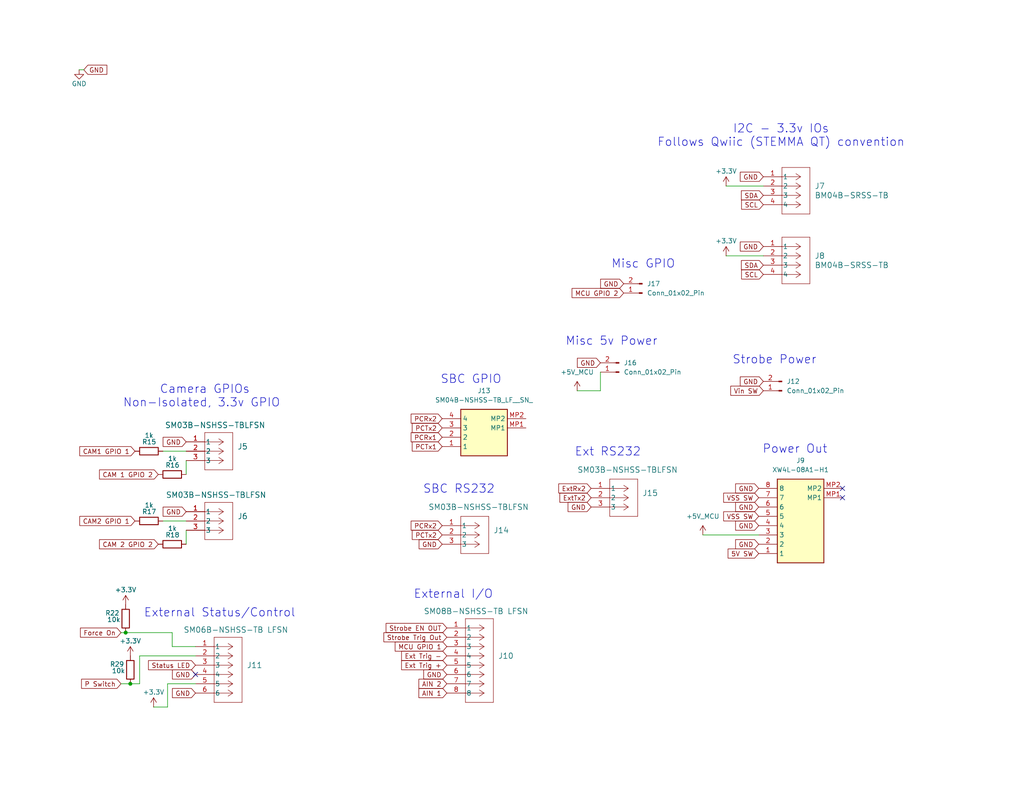
<source format=kicad_sch>
(kicad_sch (version 20250114) (generator "eeschema") (generator_version "9.0")
  (paper "USLetter")
  (title_block (title "Camtrawl Power and Control Board") (rev "3.0") (company "NOAA NMFS AFSC MACE") (comment 1 "rick.towler@noaa.gov") (comment 2 "Rick Towler"))
  (lib_symbols
    (symbol "Connector:Conn_01x02_Pin" (pin_names (offset 1.016) (hide yes))
      (property "Reference" "J" (at 0 2.54 0))
      (property "Value" "Conn_01x02_Pin" (at 0 -5.08 0))
      (symbol "Conn_01x02_Pin_1_1"
        (rectangle (start 0.8636 0.127) (end 0 -0.127) (stroke (width 0.1524)) (fill (type outline)))
        (rectangle (start 0.8636 -2.413) (end 0 -2.667) (stroke (width 0.1524)) (fill (type outline)))
        (polyline (pts (xy 1.27 0) (xy 0.8636 0)) (stroke (width 0.1524)))
        (polyline (pts (xy 1.27 -2.54) (xy 0.8636 -2.54)) (stroke (width 0.1524)))
        (pin passive line (at 5.08 0 180) (length 3.81) (name "Pin_1") (number "1"))
        (pin passive line (at 5.08 -2.54 180) (length 3.81) (name "Pin_2") (number "2"))
      )
    )
    (symbol "Device:R" (pin_numbers (hide yes)) (pin_names (offset 0))
      (property "Reference" "R" (at 2.032 0 90))
      (property "Value" "R" (at 0 0 90))
      (symbol "R_0_1"
        (rectangle (start -1.016 -2.54) (end 1.016 2.54) (stroke (width 0.254)))
      )
      (symbol "R_1_1"
        (pin passive line (at 0 3.81 270) (length 1.27) (name "~") (number "1"))
        (pin passive line (at 0 -3.81 90) (length 1.27) (name "~") (number "2"))
      )
    )
    (symbol "Ricks_symbols:+5V_MCU" (power) (pin_numbers (hide yes)) (pin_names (offset 0) (hide yes))
      (property "Value" "+5V_MCU" (at 0 3.556 0))
      (symbol "+5V_MCU_0_1"
        (polyline (pts (xy -0.762 1.27) (xy 0 2.54)))
        (polyline (pts (xy 0 2.54) (xy 0.762 1.27)))
        (polyline (pts (xy 0 0) (xy 0 2.54)))
      )
      (symbol "+5V_MCU_1_1"
        (pin power_in line (at 0 0 90) (length 0) (name "~") (number "1"))
      )
    )
    (symbol "Ricks_symbols:BM04B-SRSS-TB" (pin_names (offset 0.254))
      (property "Reference" "J" (at 8.89 6.35 0))
      (property "Value" "BM04B-SRSS-TB" (at 2.54 9.906 0))
      (symbol "BM04B-SRSS-TB_1_1"
        (polyline (pts (xy 5.08 2.54) (xy 5.08 -10.16)) (stroke (width 0.127)))
        (polyline (pts (xy 5.08 -10.16) (xy 12.7 -10.16)) (stroke (width 0.127)))
        (polyline (pts (xy 10.16 0) (xy 5.08 0)) (stroke (width 0.127)))
        (polyline (pts (xy 10.16 0) (xy 8.89 0.8467)) (stroke (width 0.127)))
        (polyline (pts (xy 10.16 0) (xy 8.89 -0.8467)) (stroke (width 0.127)))
        (polyline (pts (xy 10.16 -2.54) (xy 5.08 -2.54)) (stroke (width 0.127)))
        (polyline (pts (xy 10.16 -2.54) (xy 8.89 -1.6933)) (stroke (width 0.127)))
        (polyline (pts (xy 10.16 -2.54) (xy 8.89 -3.3867)) (stroke (width 0.127)))
        (polyline (pts (xy 10.16 -5.08) (xy 5.08 -5.08)) (stroke (width 0.127)))
        (polyline (pts (xy 10.16 -5.08) (xy 8.89 -4.2333)) (stroke (width 0.127)))
        (polyline (pts (xy 10.16 -5.08) (xy 8.89 -5.9267)) (stroke (width 0.127)))
        (polyline (pts (xy 10.16 -7.62) (xy 5.08 -7.62)) (stroke (width 0.127)))
        (polyline (pts (xy 10.16 -7.62) (xy 8.89 -6.7733)) (stroke (width 0.127)))
        (polyline (pts (xy 10.16 -7.62) (xy 8.89 -8.4667)) (stroke (width 0.127)))
        (polyline (pts (xy 12.7 2.54) (xy 5.08 2.54)) (stroke (width 0.127)))
        (polyline (pts (xy 12.7 -10.16) (xy 12.7 2.54)) (stroke (width 0.127)))
        (pin unspecified line (at 0 0 0) (length 5.08) (name "1") (number "1"))
        (pin unspecified line (at 0 -2.54 0) (length 5.08) (name "2") (number "2"))
        (pin unspecified line (at 0 -5.08 0) (length 5.08) (name "3") (number "3"))
        (pin unspecified line (at 0 -7.62 0) (length 5.08) (name "4") (number "4"))
      )
      (symbol "BM04B-SRSS-TB_1_2"
        (polyline (pts (xy 5.08 2.54) (xy 5.08 -10.16)) (stroke (width 0.127)))
        (polyline (pts (xy 5.08 -10.16) (xy 12.7 -10.16)) (stroke (width 0.127)))
        (polyline (pts (xy 7.62 0) (xy 5.08 0)) (stroke (width 0.127)))
        (polyline (pts (xy 7.62 0) (xy 8.89 0.8467)) (stroke (width 0.127)))
        (polyline (pts (xy 7.62 0) (xy 8.89 -0.8467)) (stroke (width 0.127)))
        (polyline (pts (xy 7.62 -2.54) (xy 5.08 -2.54)) (stroke (width 0.127)))
        (polyline (pts (xy 7.62 -2.54) (xy 8.89 -1.6933)) (stroke (width 0.127)))
        (polyline (pts (xy 7.62 -2.54) (xy 8.89 -3.3867)) (stroke (width 0.127)))
        (polyline (pts (xy 7.62 -5.08) (xy 5.08 -5.08)) (stroke (width 0.127)))
        (polyline (pts (xy 7.62 -5.08) (xy 8.89 -4.2333)) (stroke (width 0.127)))
        (polyline (pts (xy 7.62 -5.08) (xy 8.89 -5.9267)) (stroke (width 0.127)))
        (polyline (pts (xy 7.62 -7.62) (xy 5.08 -7.62)) (stroke (width 0.127)))
        (polyline (pts (xy 7.62 -7.62) (xy 8.89 -6.7733)) (stroke (width 0.127)))
        (polyline (pts (xy 7.62 -7.62) (xy 8.89 -8.4667)) (stroke (width 0.127)))
        (polyline (pts (xy 12.7 2.54) (xy 5.08 2.54)) (stroke (width 0.127)))
        (polyline (pts (xy 12.7 -10.16) (xy 12.7 2.54)) (stroke (width 0.127)))
        (pin unspecified line (at 0 0 0) (length 5.08) (name "1") (number "1"))
        (pin unspecified line (at 0 -2.54 0) (length 5.08) (name "2") (number "2"))
        (pin unspecified line (at 0 -5.08 0) (length 5.08) (name "3") (number "3"))
        (pin unspecified line (at 0 -7.62 0) (length 5.08) (name "4") (number "4"))
      )
    )
    (symbol "Ricks_symbols:SM03B-NSHSS-TBLFSN" (pin_names (offset 0.254))
      (property "Reference" "J" (at 8.89 6.35 0))
      (property "Value" "SM03B-NSHSS-TBLFSN" (at 1.27 -9.652 0))
      (symbol "SM03B-NSHSS-TBLFSN_1_1"
        (polyline (pts (xy 5.08 2.54) (xy 5.08 -7.62)) (stroke (width 0.127)))
        (polyline (pts (xy 5.08 -7.62) (xy 12.7 -7.62)) (stroke (width 0.127)))
        (polyline (pts (xy 10.16 0) (xy 5.08 0)) (stroke (width 0.127)))
        (polyline (pts (xy 10.16 0) (xy 8.89 0.8467)) (stroke (width 0.127)))
        (polyline (pts (xy 10.16 0) (xy 8.89 -0.8467)) (stroke (width 0.127)))
        (polyline (pts (xy 10.16 -2.54) (xy 5.08 -2.54)) (stroke (width 0.127)))
        (polyline (pts (xy 10.16 -2.54) (xy 8.89 -1.6933)) (stroke (width 0.127)))
        (polyline (pts (xy 10.16 -2.54) (xy 8.89 -3.3867)) (stroke (width 0.127)))
        (polyline (pts (xy 10.16 -5.08) (xy 5.08 -5.08)) (stroke (width 0.127)))
        (polyline (pts (xy 10.16 -5.08) (xy 8.89 -4.2333)) (stroke (width 0.127)))
        (polyline (pts (xy 10.16 -5.08) (xy 8.89 -5.9267)) (stroke (width 0.127)))
        (polyline (pts (xy 12.7 2.54) (xy 5.08 2.54)) (stroke (width 0.127)))
        (polyline (pts (xy 12.7 -7.62) (xy 12.7 2.54)) (stroke (width 0.127)))
        (pin unspecified line (at 0 0 0) (length 5.08) (name "1") (number "1"))
        (pin unspecified line (at 0 -2.54 0) (length 5.08) (name "2") (number "2"))
        (pin unspecified line (at 0 -5.08 0) (length 5.08) (name "3") (number "3"))
      )
      (symbol "SM03B-NSHSS-TBLFSN_1_2"
        (polyline (pts (xy 5.08 2.54) (xy 5.08 -7.62)) (stroke (width 0.127)))
        (polyline (pts (xy 5.08 -7.62) (xy 12.7 -7.62)) (stroke (width 0.127)))
        (polyline (pts (xy 7.62 0) (xy 5.08 0)) (stroke (width 0.127)))
        (polyline (pts (xy 7.62 0) (xy 8.89 0.8467)) (stroke (width 0.127)))
        (polyline (pts (xy 7.62 0) (xy 8.89 -0.8467)) (stroke (width 0.127)))
        (polyline (pts (xy 7.62 -2.54) (xy 5.08 -2.54)) (stroke (width 0.127)))
        (polyline (pts (xy 7.62 -2.54) (xy 8.89 -1.6933)) (stroke (width 0.127)))
        (polyline (pts (xy 7.62 -2.54) (xy 8.89 -3.3867)) (stroke (width 0.127)))
        (polyline (pts (xy 7.62 -5.08) (xy 5.08 -5.08)) (stroke (width 0.127)))
        (polyline (pts (xy 7.62 -5.08) (xy 8.89 -4.2333)) (stroke (width 0.127)))
        (polyline (pts (xy 7.62 -5.08) (xy 8.89 -5.9267)) (stroke (width 0.127)))
        (polyline (pts (xy 12.7 2.54) (xy 5.08 2.54)) (stroke (width 0.127)))
        (polyline (pts (xy 12.7 -7.62) (xy 12.7 2.54)) (stroke (width 0.127)))
        (pin unspecified line (at 0 0 0) (length 5.08) (name "1") (number "1"))
        (pin unspecified line (at 0 -2.54 0) (length 5.08) (name "2") (number "2"))
        (pin unspecified line (at 0 -5.08 0) (length 5.08) (name "3") (number "3"))
      )
    )
    (symbol "Ricks_symbols:SM04B-NSHSS-TB_LF__SN_"
      (property "Reference" "J" (at 5.334 4.572 0))
      (property "Value" "SM04B-NSHSS-TB_LF__SN_" (at -0.508 -11.684 0))
      (symbol "SM04B-NSHSS-TB_LF__SN__1_1"
        (rectangle (start 5.08 2.54) (end 17.78 -10.16) (stroke (width 0.254)) (fill (type background)))
        (pin passive line (at 0 0 0) (length 5.08) (name "4") (number "4"))
        (pin passive line (at 0 -2.54 0) (length 5.08) (name "3") (number "3"))
        (pin passive line (at 0 -5.08 0) (length 5.08) (name "2") (number "2"))
        (pin passive line (at 0 -7.62 0) (length 5.08) (name "1") (number "1"))
        (pin passive line (at 22.86 0 180) (length 5.08) (name "MP2") (number "MP2"))
        (pin passive line (at 22.86 -2.54 180) (length 5.08) (name "MP1") (number "MP1"))
      )
    )
    (symbol "Ricks_symbols:SM06B-NSHSS-TB_LFSN" (pin_names (offset 0.254))
      (property "Reference" "J" (at 5.588 4.064 0))
      (property "Value" "SM06B-NSHSS-TB LFSN" (at 7.62 -17.78 0))
      (symbol "SM06B-NSHSS-TB_LFSN_1_1"
        (polyline (pts (xy 5.08 2.54) (xy 5.08 -15.24)) (stroke (width 0.127)))
        (polyline (pts (xy 5.08 -15.24) (xy 12.7 -15.24)) (stroke (width 0.127)))
        (polyline (pts (xy 10.16 0) (xy 5.08 0)) (stroke (width 0.127)))
        (polyline (pts (xy 10.16 0) (xy 8.89 0.8467)) (stroke (width 0.127)))
        (polyline (pts (xy 10.16 0) (xy 8.89 -0.8467)) (stroke (width 0.127)))
        (polyline (pts (xy 10.16 -2.54) (xy 5.08 -2.54)) (stroke (width 0.127)))
        (polyline (pts (xy 10.16 -2.54) (xy 8.89 -1.6933)) (stroke (width 0.127)))
        (polyline (pts (xy 10.16 -2.54) (xy 8.89 -3.3867)) (stroke (width 0.127)))
        (polyline (pts (xy 10.16 -5.08) (xy 5.08 -5.08)) (stroke (width 0.127)))
        (polyline (pts (xy 10.16 -5.08) (xy 8.89 -4.2333)) (stroke (width 0.127)))
        (polyline (pts (xy 10.16 -5.08) (xy 8.89 -5.9267)) (stroke (width 0.127)))
        (polyline (pts (xy 10.16 -7.62) (xy 5.08 -7.62)) (stroke (width 0.127)))
        (polyline (pts (xy 10.16 -7.62) (xy 8.89 -6.7733)) (stroke (width 0.127)))
        (polyline (pts (xy 10.16 -7.62) (xy 8.89 -8.4667)) (stroke (width 0.127)))
        (polyline (pts (xy 10.16 -10.16) (xy 5.08 -10.16)) (stroke (width 0.127)))
        (polyline (pts (xy 10.16 -10.16) (xy 8.89 -9.3133)) (stroke (width 0.127)))
        (polyline (pts (xy 10.16 -10.16) (xy 8.89 -11.0067)) (stroke (width 0.127)))
        (polyline (pts (xy 10.16 -12.7) (xy 5.08 -12.7)) (stroke (width 0.127)))
        (polyline (pts (xy 10.16 -12.7) (xy 8.89 -11.8533)) (stroke (width 0.127)))
        (polyline (pts (xy 10.16 -12.7) (xy 8.89 -13.5467)) (stroke (width 0.127)))
        (polyline (pts (xy 12.7 2.54) (xy 5.08 2.54)) (stroke (width 0.127)))
        (polyline (pts (xy 12.7 -15.24) (xy 12.7 2.54)) (stroke (width 0.127)))
        (pin unspecified line (at 0 0 0) (length 5.08) (name "1") (number "1"))
        (pin unspecified line (at 0 -2.54 0) (length 5.08) (name "2") (number "2"))
        (pin unspecified line (at 0 -5.08 0) (length 5.08) (name "3") (number "3"))
        (pin unspecified line (at 0 -7.62 0) (length 5.08) (name "4") (number "4"))
        (pin unspecified line (at 0 -10.16 0) (length 5.08) (name "5") (number "5"))
        (pin unspecified line (at 0 -12.7 0) (length 5.08) (name "6") (number "6"))
      )
      (symbol "SM06B-NSHSS-TB_LFSN_1_2"
        (polyline (pts (xy 5.08 2.54) (xy 5.08 -15.24)) (stroke (width 0.127)))
        (polyline (pts (xy 5.08 -15.24) (xy 12.7 -15.24)) (stroke (width 0.127)))
        (polyline (pts (xy 7.62 0) (xy 5.08 0)) (stroke (width 0.127)))
        (polyline (pts (xy 7.62 0) (xy 8.89 0.8467)) (stroke (width 0.127)))
        (polyline (pts (xy 7.62 0) (xy 8.89 -0.8467)) (stroke (width 0.127)))
        (polyline (pts (xy 7.62 -2.54) (xy 5.08 -2.54)) (stroke (width 0.127)))
        (polyline (pts (xy 7.62 -2.54) (xy 8.89 -1.6933)) (stroke (width 0.127)))
        (polyline (pts (xy 7.62 -2.54) (xy 8.89 -3.3867)) (stroke (width 0.127)))
        (polyline (pts (xy 7.62 -5.08) (xy 5.08 -5.08)) (stroke (width 0.127)))
        (polyline (pts (xy 7.62 -5.08) (xy 8.89 -4.2333)) (stroke (width 0.127)))
        (polyline (pts (xy 7.62 -5.08) (xy 8.89 -5.9267)) (stroke (width 0.127)))
        (polyline (pts (xy 7.62 -7.62) (xy 5.08 -7.62)) (stroke (width 0.127)))
        (polyline (pts (xy 7.62 -7.62) (xy 8.89 -6.7733)) (stroke (width 0.127)))
        (polyline (pts (xy 7.62 -7.62) (xy 8.89 -8.4667)) (stroke (width 0.127)))
        (polyline (pts (xy 7.62 -10.16) (xy 5.08 -10.16)) (stroke (width 0.127)))
        (polyline (pts (xy 7.62 -10.16) (xy 8.89 -9.3133)) (stroke (width 0.127)))
        (polyline (pts (xy 7.62 -10.16) (xy 8.89 -11.0067)) (stroke (width 0.127)))
        (polyline (pts (xy 7.62 -12.7) (xy 5.08 -12.7)) (stroke (width 0.127)))
        (polyline (pts (xy 7.62 -12.7) (xy 8.89 -11.8533)) (stroke (width 0.127)))
        (polyline (pts (xy 7.62 -12.7) (xy 8.89 -13.5467)) (stroke (width 0.127)))
        (polyline (pts (xy 12.7 2.54) (xy 5.08 2.54)) (stroke (width 0.127)))
        (polyline (pts (xy 12.7 -15.24) (xy 12.7 2.54)) (stroke (width 0.127)))
        (pin unspecified line (at 0 0 0) (length 5.08) (name "1") (number "1"))
        (pin unspecified line (at 0 -2.54 0) (length 5.08) (name "2") (number "2"))
        (pin unspecified line (at 0 -5.08 0) (length 5.08) (name "3") (number "3"))
        (pin unspecified line (at 0 -7.62 0) (length 5.08) (name "4") (number "4"))
        (pin unspecified line (at 0 -10.16 0) (length 5.08) (name "5") (number "5"))
        (pin unspecified line (at 0 -12.7 0) (length 5.08) (name "6") (number "6"))
      )
    )
    (symbol "Ricks_symbols:SM08B-NSHSS-TB_LFSN_1" (pin_names (offset 0.254))
      (property "Reference" "J" (at 5.588 4.064 0))
      (property "Value" "SM08B-NSHSS-TB LFSN" (at 6.35 -22.86 0))
      (symbol "SM08B-NSHSS-TB_LFSN_1_1_1"
        (polyline (pts (xy 5.08 2.54) (xy 5.08 -20.32)) (stroke (width 0.127)))
        (polyline (pts (xy 5.08 -20.32) (xy 12.7 -20.32)) (stroke (width 0.127)))
        (polyline (pts (xy 10.16 0) (xy 5.08 0)) (stroke (width 0.127)))
        (polyline (pts (xy 10.16 0) (xy 8.89 0.8467)) (stroke (width 0.127)))
        (polyline (pts (xy 10.16 0) (xy 8.89 -0.8467)) (stroke (width 0.127)))
        (polyline (pts (xy 10.16 -2.54) (xy 5.08 -2.54)) (stroke (width 0.127)))
        (polyline (pts (xy 10.16 -2.54) (xy 8.89 -1.6933)) (stroke (width 0.127)))
        (polyline (pts (xy 10.16 -2.54) (xy 8.89 -3.3867)) (stroke (width 0.127)))
        (polyline (pts (xy 10.16 -5.08) (xy 5.08 -5.08)) (stroke (width 0.127)))
        (polyline (pts (xy 10.16 -5.08) (xy 8.89 -4.2333)) (stroke (width 0.127)))
        (polyline (pts (xy 10.16 -5.08) (xy 8.89 -5.9267)) (stroke (width 0.127)))
        (polyline (pts (xy 10.16 -7.62) (xy 5.08 -7.62)) (stroke (width 0.127)))
        (polyline (pts (xy 10.16 -7.62) (xy 8.89 -6.7733)) (stroke (width 0.127)))
        (polyline (pts (xy 10.16 -7.62) (xy 8.89 -8.4667)) (stroke (width 0.127)))
        (polyline (pts (xy 10.16 -10.16) (xy 5.08 -10.16)) (stroke (width 0.127)))
        (polyline (pts (xy 10.16 -10.16) (xy 8.89 -9.3133)) (stroke (width 0.127)))
        (polyline (pts (xy 10.16 -10.16) (xy 8.89 -11.0067)) (stroke (width 0.127)))
        (polyline (pts (xy 10.16 -12.7) (xy 5.08 -12.7)) (stroke (width 0.127)))
        (polyline (pts (xy 10.16 -12.7) (xy 8.89 -11.8533)) (stroke (width 0.127)))
        (polyline (pts (xy 10.16 -12.7) (xy 8.89 -13.5467)) (stroke (width 0.127)))
        (polyline (pts (xy 10.16 -15.24) (xy 5.08 -15.24)) (stroke (width 0.127)))
        (polyline (pts (xy 10.16 -15.24) (xy 8.89 -14.3933)) (stroke (width 0.127)))
        (polyline (pts (xy 10.16 -15.24) (xy 8.89 -16.0867)) (stroke (width 0.127)))
        (polyline (pts (xy 10.16 -17.78) (xy 5.08 -17.78)) (stroke (width 0.127)))
        (polyline (pts (xy 10.16 -17.78) (xy 8.89 -16.9333)) (stroke (width 0.127)))
        (polyline (pts (xy 10.16 -17.78) (xy 8.89 -18.6267)) (stroke (width 0.127)))
        (polyline (pts (xy 12.7 2.54) (xy 5.08 2.54)) (stroke (width 0.127)))
        (polyline (pts (xy 12.7 -20.32) (xy 12.7 2.54)) (stroke (width 0.127)))
        (pin unspecified line (at 0 0 0) (length 5.08) (name "1") (number "1"))
        (pin unspecified line (at 0 -2.54 0) (length 5.08) (name "2") (number "2"))
        (pin unspecified line (at 0 -5.08 0) (length 5.08) (name "3") (number "3"))
        (pin unspecified line (at 0 -7.62 0) (length 5.08) (name "4") (number "4"))
        (pin unspecified line (at 0 -10.16 0) (length 5.08) (name "5") (number "5"))
        (pin unspecified line (at 0 -12.7 0) (length 5.08) (name "6") (number "6"))
        (pin unspecified line (at 0 -15.24 0) (length 5.08) (name "7") (number "7"))
        (pin unspecified line (at 0 -17.78 0) (length 5.08) (name "8") (number "8"))
      )
      (symbol "SM08B-NSHSS-TB_LFSN_1_1_2"
        (polyline (pts (xy 5.08 2.54) (xy 5.08 -15.24)) (stroke (width 0.127)))
        (polyline (pts (xy 5.08 -15.24) (xy 12.7 -15.24)) (stroke (width 0.127)))
        (polyline (pts (xy 7.62 0) (xy 5.08 0)) (stroke (width 0.127)))
        (polyline (pts (xy 7.62 0) (xy 8.89 0.8467)) (stroke (width 0.127)))
        (polyline (pts (xy 7.62 0) (xy 8.89 -0.8467)) (stroke (width 0.127)))
        (polyline (pts (xy 7.62 -2.54) (xy 5.08 -2.54)) (stroke (width 0.127)))
        (polyline (pts (xy 7.62 -2.54) (xy 8.89 -1.6933)) (stroke (width 0.127)))
        (polyline (pts (xy 7.62 -2.54) (xy 8.89 -3.3867)) (stroke (width 0.127)))
        (polyline (pts (xy 7.62 -5.08) (xy 5.08 -5.08)) (stroke (width 0.127)))
        (polyline (pts (xy 7.62 -5.08) (xy 8.89 -4.2333)) (stroke (width 0.127)))
        (polyline (pts (xy 7.62 -5.08) (xy 8.89 -5.9267)) (stroke (width 0.127)))
        (polyline (pts (xy 7.62 -7.62) (xy 5.08 -7.62)) (stroke (width 0.127)))
        (polyline (pts (xy 7.62 -7.62) (xy 8.89 -6.7733)) (stroke (width 0.127)))
        (polyline (pts (xy 7.62 -7.62) (xy 8.89 -8.4667)) (stroke (width 0.127)))
        (polyline (pts (xy 7.62 -10.16) (xy 5.08 -10.16)) (stroke (width 0.127)))
        (polyline (pts (xy 7.62 -10.16) (xy 8.89 -9.3133)) (stroke (width 0.127)))
        (polyline (pts (xy 7.62 -10.16) (xy 8.89 -11.0067)) (stroke (width 0.127)))
        (polyline (pts (xy 7.62 -12.7) (xy 5.08 -12.7)) (stroke (width 0.127)))
        (polyline (pts (xy 7.62 -12.7) (xy 8.89 -11.8533)) (stroke (width 0.127)))
        (polyline (pts (xy 7.62 -12.7) (xy 8.89 -13.5467)) (stroke (width 0.127)))
        (polyline (pts (xy 12.7 2.54) (xy 5.08 2.54)) (stroke (width 0.127)))
        (polyline (pts (xy 12.7 -15.24) (xy 12.7 2.54)) (stroke (width 0.127)))
        (pin unspecified line (at 0 0 0) (length 5.08) (name "1") (number "1"))
        (pin unspecified line (at 0 -2.54 0) (length 5.08) (name "2") (number "2"))
        (pin unspecified line (at 0 -5.08 0) (length 5.08) (name "3") (number "3"))
        (pin unspecified line (at 0 -7.62 0) (length 5.08) (name "4") (number "4"))
        (pin unspecified line (at 0 -10.16 0) (length 5.08) (name "5") (number "5"))
        (pin unspecified line (at 0 -12.7 0) (length 5.08) (name "6") (number "6"))
      )
    )
    (symbol "Ricks_symbols:XW4L-08A1-H1"
      (property "Reference" "J" (at 19.05 7.62 0))
      (property "Value" "XW4L-08A1-H1" (at 19.05 5.08 0))
      (symbol "XW4L-08A1-H1_1_1"
        (rectangle (start 5.08 2.54) (end 17.78 -20.32) (stroke (width 0.254)) (fill (type background)))
        (pin passive line (at 0 0 0) (length 5.08) (name "8") (number "8"))
        (pin passive line (at 0 -2.54 0) (length 5.08) (name "7") (number "7"))
        (pin passive line (at 0 -5.08 0) (length 5.08) (name "6") (number "6"))
        (pin passive line (at 0 -7.62 0) (length 5.08) (name "5") (number "5"))
        (pin passive line (at 0 -10.16 0) (length 5.08) (name "4") (number "4"))
        (pin passive line (at 0 -12.7 0) (length 5.08) (name "3") (number "3"))
        (pin passive line (at 0 -15.24 0) (length 5.08) (name "2") (number "2"))
        (pin passive line (at 0 -17.78 0) (length 5.08) (name "1") (number "1"))
        (pin passive line (at 22.86 0 180) (length 5.08) (name "MP2") (number "MP2"))
        (pin passive line (at 22.86 -2.54 180) (length 5.08) (name "MP1") (number "MP1"))
      )
    )
    (symbol "power:+3.3V" (power) (pin_numbers (hide yes)) (pin_names (offset 0) (hide yes))
      (property "Value" "+3.3V" (at 0 3.556 0))
      (symbol "+3.3V_0_1"
        (polyline (pts (xy -0.762 1.27) (xy 0 2.54)))
        (polyline (pts (xy 0 2.54) (xy 0.762 1.27)))
        (polyline (pts (xy 0 0) (xy 0 2.54)))
      )
      (symbol "+3.3V_1_1"
        (pin power_in line (at 0 0 90) (length 0) (name "~") (number "1"))
      )
    )
    (symbol "power:GND" (power) (pin_numbers (hide yes)) (pin_names (offset 0) (hide yes))
      (property "Value" "GND" (at 0 -3.81 0))
      (symbol "GND_0_1"
        (polyline (pts (xy 0 0) (xy 0 -1.27) (xy 1.27 -1.27) (xy 0 -2.54) (xy -1.27 -1.27) (xy 0 -1.27)))
      )
      (symbol "GND_1_1"
        (pin power_in line (at 0 0 270) (length 0) (name "~") (number "1"))
      )
    )
  )
  (text "SBC GPIO" (at 128.524 103.632 0) (effects (font (size 2.286 2.286))))
  (text "External Status/Control" (at 59.944 167.386 0) (effects (font (size 2.286 2.286))))
  (text "Ext RS232" (at 165.862 123.444 0) (effects (font (size 2.286 2.286))))
  (text "Power Out" (at 216.916 122.682 0) (effects (font (size 2.286 2.286))))
  (text "Camera GPIOs\nNon-Isolated, 3.3v GPIO " (at 55.88 108.204 0) (effects (font (size 2.286 2.286))))
  (text "External I/O" (at 123.698 162.306 0) (effects (font (size 2.286 2.286))))
  (text "Misc GPIO" (at 175.514 72.136 0) (effects (font (size 2.286 2.286))))
  (text "Misc 5v Power" (at 166.878 93.218 0) (effects (font (size 2.286 2.286))))
  (text "SBC RS232" (at 125.222 133.604 0) (effects (font (size 2.286 2.286))))
  (text "Strobe Power" (at 211.328 98.298 0) (effects (font (size 2.286 2.286))))
  (text "I2C - 3.3v IOs\nFollows Qwiic (STEMMA QT) convention" (at 213.106 37.084 0) (effects (font (size 2.286 2.286))))
  (junction (at 35.56 186.69))
  (junction (at 34.29 172.72))
  (no_connect (at 53.34 184.15))
  (no_connect (at 229.87 133.35))
  (no_connect (at 229.87 135.89))
  (wire (pts (xy 163.83 101.6) (xy 163.83 106.68)))
  (wire (pts (xy 33.02 186.69) (xy 35.56 186.69)))
  (wire (pts (xy 38.1 179.07) (xy 53.34 179.07)))
  (wire (pts (xy 33.02 172.72) (xy 34.29 172.72)))
  (wire (pts (xy 35.56 186.69) (xy 38.1 186.69)))
  (wire (pts (xy 198.12 69.85) (xy 208.28 69.85)))
  (wire (pts (xy 50.8 144.78) (xy 50.8 148.59)))
  (wire (pts (xy 45.72 186.69) (xy 53.34 186.69)))
  (wire (pts (xy 163.83 106.68) (xy 157.48 106.68)))
  (wire (pts (xy 45.72 193.04) (xy 45.72 186.69)))
  (wire (pts (xy 50.8 125.73) (xy 50.8 129.54)))
  (wire (pts (xy 46.99 176.53) (xy 53.34 176.53)))
  (wire (pts (xy 44.45 123.19) (xy 50.8 123.19)))
  (wire (pts (xy 198.12 50.8) (xy 208.28 50.8)))
  (wire (pts (xy 21.59 19.05) (xy 22.86 19.05)))
  (wire (pts (xy 41.91 193.04) (xy 45.72 193.04)))
  (wire (pts (xy 46.99 172.72) (xy 46.99 176.53)))
  (wire (pts (xy 44.45 142.24) (xy 50.8 142.24)))
  (wire (pts (xy 34.29 172.72) (xy 46.99 172.72)))
  (wire (pts (xy 191.77 146.05) (xy 207.01 146.05)))
  (wire (pts (xy 38.1 186.69) (xy 38.1 179.07)))
  (global_label "GND" (shape input) (at 208.28 104.14 180) (property "Intersheetrefs" "${INTERSHEET_REFS}" (effects (hide yes))))
  (global_label "GND" (shape input) (at 207.01 138.43 180) (property "Intersheetrefs" "${INTERSHEET_REFS}" (effects (hide yes))))
  (global_label "VSS SW" (shape input) (at 207.01 140.97 180) (property "Intersheetrefs" "${INTERSHEET_REFS}" (effects (hide yes))))
  (global_label "Strobe EN OUT" (shape input) (at 121.92 171.45 180) (property "Intersheetrefs" "${INTERSHEET_REFS}" (effects (hide yes))))
  (global_label "PCTx2" (shape input) (at 120.65 146.05 180) (property "Intersheetrefs" "${INTERSHEET_REFS}" (effects (hide yes))))
  (global_label "P Switch" (shape input) (at 33.02 186.69 180) (property "Intersheetrefs" "${INTERSHEET_REFS}" (effects (hide yes))))
  (global_label "ExtTx2" (shape input) (at 161.29 135.89 180) (property "Intersheetrefs" "${INTERSHEET_REFS}" (effects (hide yes))))
  (global_label "GND" (shape input) (at 161.29 138.43 180) (property "Intersheetrefs" "${INTERSHEET_REFS}" (effects (hide yes))))
  (global_label "PCTx1" (shape input) (at 120.65 121.92 180) (property "Intersheetrefs" "${INTERSHEET_REFS}" (effects (hide yes))))
  (global_label "Force On" (shape input) (at 33.02 172.72 180) (property "Intersheetrefs" "${INTERSHEET_REFS}" (effects (hide yes))))
  (global_label "GND" (shape input) (at 121.92 184.15 180) (property "Intersheetrefs" "${INTERSHEET_REFS}" (effects (hide yes))))
  (global_label "MCU GPIO 2" (shape input) (at 170.18 80.01 180) (property "Intersheetrefs" "${INTERSHEET_REFS}" (effects (hide yes))))
  (global_label "MCU GPIO 1" (shape input) (at 121.92 176.53 180) (property "Intersheetrefs" "${INTERSHEET_REFS}" (effects (hide yes))))
  (global_label "SDA" (shape input) (at 208.28 72.39 180) (property "Intersheetrefs" "${INTERSHEET_REFS}" (effects (hide yes))))
  (global_label "AIN 1" (shape input) (at 121.92 189.23 180) (property "Intersheetrefs" "${INTERSHEET_REFS}" (effects (hide yes))))
  (global_label "SCL" (shape input) (at 208.28 55.88 180) (property "Intersheetrefs" "${INTERSHEET_REFS}" (effects (hide yes))))
  (global_label "GND" (shape input) (at 50.8 139.7 180) (property "Intersheetrefs" "${INTERSHEET_REFS}" (effects (hide yes))))
  (global_label "PCRx2" (shape input) (at 120.65 143.51 180) (property "Intersheetrefs" "${INTERSHEET_REFS}" (effects (hide yes))))
  (global_label "Strobe Trig Out" (shape input) (at 121.92 173.99 180) (property "Intersheetrefs" "${INTERSHEET_REFS}" (effects (hide yes))))
  (global_label "CAM2 GPIO 1" (shape input) (at 36.83 142.24 180) (property "Intersheetrefs" "${INTERSHEET_REFS}" (effects (hide yes))))
  (global_label "Vin SW" (shape input) (at 208.28 106.68 180) (property "Intersheetrefs" "${INTERSHEET_REFS}" (effects (hide yes))))
  (global_label "GND" (shape input) (at 163.83 99.06 180) (property "Intersheetrefs" "${INTERSHEET_REFS}" (effects (hide yes))))
  (global_label "Ext Trig -" (shape input) (at 121.92 179.07 180) (property "Intersheetrefs" "${INTERSHEET_REFS}" (effects (hide yes))))
  (global_label "SDA" (shape input) (at 208.28 53.34 180) (property "Intersheetrefs" "${INTERSHEET_REFS}" (effects (hide yes))))
  (global_label "VSS SW" (shape input) (at 207.01 135.89 180) (property "Intersheetrefs" "${INTERSHEET_REFS}" (effects (hide yes))))
  (global_label "GND" (shape input) (at 22.86 19.05 0) (property "Intersheetrefs" "${INTERSHEET_REFS}" (effects (hide yes))))
  (global_label "AIN 2" (shape input) (at 121.92 186.69 180) (property "Intersheetrefs" "${INTERSHEET_REFS}" (effects (hide yes))))
  (global_label "GND" (shape input) (at 50.8 120.65 180) (property "Intersheetrefs" "${INTERSHEET_REFS}" (effects (hide yes))))
  (global_label "GND" (shape input) (at 208.28 67.31 180) (property "Intersheetrefs" "${INTERSHEET_REFS}" (effects (hide yes))))
  (global_label "GND" (shape input) (at 208.28 48.26 180) (property "Intersheetrefs" "${INTERSHEET_REFS}" (effects (hide yes))))
  (global_label "PCRx1" (shape input) (at 120.65 119.38 180) (property "Intersheetrefs" "${INTERSHEET_REFS}" (effects (hide yes))))
  (global_label "GND" (shape input) (at 170.18 77.47 180) (property "Intersheetrefs" "${INTERSHEET_REFS}" (effects (hide yes))))
  (global_label "5V SW" (shape input) (at 207.01 151.13 180) (property "Intersheetrefs" "${INTERSHEET_REFS}" (effects (hide yes))))
  (global_label "GND" (shape input) (at 207.01 148.59 180) (property "Intersheetrefs" "${INTERSHEET_REFS}" (effects (hide yes))))
  (global_label "Ext Trig +" (shape input) (at 121.92 181.61 180) (property "Intersheetrefs" "${INTERSHEET_REFS}" (effects (hide yes))))
  (global_label "GND" (shape input) (at 207.01 133.35 180) (property "Intersheetrefs" "${INTERSHEET_REFS}" (effects (hide yes))))
  (global_label "CAM 2 GPIO 2" (shape input) (at 43.18 148.59 180) (property "Intersheetrefs" "${INTERSHEET_REFS}" (effects (hide yes))))
  (global_label "PCTx2" (shape input) (at 120.65 116.84 180) (property "Intersheetrefs" "${INTERSHEET_REFS}" (effects (hide yes))))
  (global_label "GND" (shape input) (at 207.01 143.51 180) (property "Intersheetrefs" "${INTERSHEET_REFS}" (effects (hide yes))))
  (global_label "GND" (shape input) (at 53.34 184.15 180) (property "Intersheetrefs" "${INTERSHEET_REFS}" (effects (hide yes))))
  (global_label "PCRx2" (shape input) (at 120.65 114.3 180) (property "Intersheetrefs" "${INTERSHEET_REFS}" (effects (hide yes))))
  (global_label "CAM1 GPIO 1" (shape input) (at 36.83 123.19 180) (property "Intersheetrefs" "${INTERSHEET_REFS}" (effects (hide yes))))
  (global_label "Status LED" (shape input) (at 53.34 181.61 180) (property "Intersheetrefs" "${INTERSHEET_REFS}" (effects (hide yes))))
  (global_label "GND" (shape input) (at 53.34 189.23 180) (property "Intersheetrefs" "${INTERSHEET_REFS}" (effects (hide yes))))
  (global_label "CAM 1 GPIO 2" (shape input) (at 43.18 129.54 180) (property "Intersheetrefs" "${INTERSHEET_REFS}" (effects (hide yes))))
  (global_label "SCL" (shape input) (at 208.28 74.93 180) (property "Intersheetrefs" "${INTERSHEET_REFS}" (effects (hide yes))))
  (global_label "GND" (shape input) (at 120.65 148.59 180) (property "Intersheetrefs" "${INTERSHEET_REFS}" (effects (hide yes))))
  (global_label "ExtRx2" (shape input) (at 161.29 133.35 180) (property "Intersheetrefs" "${INTERSHEET_REFS}" (effects (hide yes))))
  (symbol (lib_id "Ricks_symbols:SM03B-NSHSS-TBLFSN") (at 50.8 139.7 0) (unit 1)
    (property "Reference" "J6" (at 64.77 140.9699 0) (effects (font (size 1.524 1.524)) (justify left)))
    (property "Value" "SM03B-NSHSS-TBLFSN" (at 45.212 135.128 0) (effects (font (size 1.524 1.524)) (justify left)))
    (property "Footprint" "Ricks_Library:CONN_JST_SM03B-NSHSS-TB" (effects (hide yes)))
    (property "Datasheet" "SM03B-NSHSS-TBLFSN" (effects (hide yes)))
    (property "Description" "JST NSHSS 3 pin RA" (effects (hide yes)))
  )
  (symbol (lib_id "Ricks_symbols:SM04B-NSHSS-TB_LF__SN_") (at 120.65 114.3 0) (unit 1)
    (property "Reference" "J13" (at 132.08 106.68 0))
    (property "Value" "SM04B-NSHSS-TB_LF__SN_" (at 132.08 109.22 0))
    (property "Footprint" "Ricks_Library:CONN_JST_SM04B-NSHSS-TB" (effects (hide yes)))
    (property "Datasheet" "http://www.jst-mfg.com/product/pdf/eng/eNSH.pdf" (effects (hide yes)))
    (property "Description" "JST NSH Series, 1mm Pitch 4 Way 1 Row Right Angle PCB Header, Solder Termination, 10A" (effects (hide yes)))
    (property "Height" "4.4" (effects (hide yes)))
    (property "Manufacturer_Name" "JST (JAPAN SOLDERLESS TERMINALS)" (effects (hide yes)))
    (property "Manufacturer_Part_Number" "SM04B-NSHSS-TB(LF)(SN)" (effects (hide yes)))
  )
  (symbol (lib_id "Ricks_symbols:SM06B-NSHSS-TB_LFSN") (at 53.34 176.53 0) (unit 1)
    (property "Reference" "J11" (at 67.31 181.6099 0) (effects (font (size 1.524 1.524)) (justify left)))
    (property "Value" "SM06B-NSHSS-TB LFSN" (at 50.038 171.958 0) (effects (font (size 1.524 1.524)) (justify left)))
    (property "Footprint" "Ricks_Library:CONN_SM06B_JST" (effects (hide yes)))
    (property "Datasheet" "SM06B-NSHSS-TB LFSN" (effects (hide yes)))
    (property "Description" "JST NSHSS 6 pin RA" (effects (hide yes)))
  )
  (symbol (lib_id "Ricks_symbols:SM08B-NSHSS-TB_LFSN_1") (at 121.92 171.45 0) (unit 1)
    (property "Reference" "J10" (at 135.89 179.0699 0) (effects (font (size 1.524 1.524)) (justify left)))
    (property "Value" "SM08B-NSHSS-TB LFSN" (at 115.57 166.878 0) (effects (font (size 1.524 1.524)) (justify left)))
    (property "Footprint" "Ricks_Library:CONN_SM08B_JST" (effects (hide yes)))
    (property "Datasheet" "SM08B-NSHSS-TB LFSN" (effects (hide yes)))
    (property "Description" "JST NSHSS 8 pin RA" (effects (hide yes)))
  )
  (symbol (lib_id "power:+3.3V") (at 41.91 193.04 0) (unit 1)
    (property "Reference" "#PWR051" (effects (hide yes)))
    (property "Value" "+3.3V" (at 41.91 188.976 0))
    (property "Description" "Power symbol creates a global label with name \"+3.3V\"" (effects (hide yes)))
  )
  (symbol (lib_id "Ricks_symbols:+5V_MCU") (at 157.48 106.68 0) (unit 1)
    (property "Reference" "#PWR059" (effects (hide yes)))
    (property "Value" "+5V_MCU" (at 157.48 101.6 0))
    (property "Description" "Power symbol creates a global label with name \"+5V_MCU\"" (effects (hide yes)))
  )
  (symbol (lib_id "Device:R") (at 34.29 168.91 180) (unit 1)
    (property "Reference" "R22" (at 28.702 167.386 0) (effects (justify right)))
    (property "Value" "10k" (at 29.21 169.164 0) (effects (justify right)))
    (property "Footprint" "Resistor_SMD:R_0805_2012Metric" (effects (hide yes)))
    (property "Description" "Resistor" (effects (hide yes)))
  )
  (symbol (lib_id "Device:R") (at 40.64 123.19 270) (unit 1)
    (property "Reference" "R15" (at 42.672 120.65 90) (effects (justify right)))
    (property "Value" "1k" (at 41.91 118.872 90) (effects (justify right)))
    (property "Footprint" "Resistor_SMD:R_0805_2012Metric" (effects (hide yes)))
    (property "Description" "Resistor" (effects (hide yes)))
  )
  (symbol (lib_id "Connector:Conn_01x02_Pin") (at 213.36 106.68 180) (unit 1)
    (property "Reference" "J12" (at 214.63 104.1399 0) (effects (justify right)))
    (property "Value" "Conn_01x02_Pin" (at 214.63 106.6799 0) (effects (justify right)))
    (property "Footprint" "Ricks_Library:solder wire power input" (effects (hide yes)))
    (property "Description" "Generic connector, single row, 01x02, script generated" (effects (hide yes)))
  )
  (symbol (lib_id "Ricks_symbols:SM03B-NSHSS-TBLFSN") (at 50.8 120.65 0) (unit 1)
    (property "Reference" "J5" (at 64.77 121.9199 0) (effects (font (size 1.524 1.524)) (justify left)))
    (property "Value" "SM03B-NSHSS-TBLFSN" (at 44.958 116.078 0) (effects (font (size 1.524 1.524)) (justify left)))
    (property "Footprint" "Ricks_Library:CONN_JST_SM03B-NSHSS-TB" (effects (hide yes)))
    (property "Datasheet" "SM03B-NSHSS-TBLFSN" (effects (hide yes)))
    (property "Description" "JST NSHSS 3 pin RA" (effects (hide yes)))
  )
  (symbol (lib_id "power:GND") (at 21.59 19.05 0) (unit 1)
    (property "Reference" "#PWR045" (effects (hide yes)))
    (property "Value" "GND" (at 21.59 22.86 0))
    (property "Description" "Power symbol creates a global label with name \"GND\" , ground" (effects (hide yes)))
  )
  (symbol (lib_id "Device:R") (at 40.64 142.24 270) (unit 1)
    (property "Reference" "R17" (at 42.672 139.7 90) (effects (justify right)))
    (property "Value" "1k" (at 41.91 137.922 90) (effects (justify right)))
    (property "Footprint" "Resistor_SMD:R_0805_2012Metric" (effects (hide yes)))
    (property "Description" "Resistor" (effects (hide yes)))
  )
  (symbol (lib_id "power:+3.3V") (at 35.56 179.07 0) (unit 1)
    (property "Reference" "#PWR058" (effects (hide yes)))
    (property "Value" "+3.3V" (at 35.56 175.006 0))
    (property "Description" "Power symbol creates a global label with name \"+3.3V\"" (effects (hide yes)))
  )
  (symbol (lib_id "Device:R") (at 46.99 129.54 270) (unit 1)
    (property "Reference" "R16" (at 49.022 127 90) (effects (justify right)))
    (property "Value" "1k" (at 48.26 125.222 90) (effects (justify right)))
    (property "Footprint" "Resistor_SMD:R_0805_2012Metric" (effects (hide yes)))
    (property "Description" "Resistor" (effects (hide yes)))
  )
  (symbol (lib_id "Device:R") (at 46.99 148.59 270) (unit 1)
    (property "Reference" "R18" (at 49.022 146.05 90) (effects (justify right)))
    (property "Value" "1k" (at 48.26 144.272 90) (effects (justify right)))
    (property "Footprint" "Resistor_SMD:R_0805_2012Metric" (effects (hide yes)))
    (property "Description" "Resistor" (effects (hide yes)))
  )
  (symbol (lib_id "Ricks_symbols:BM04B-SRSS-TB") (at 208.28 67.31 0) (unit 1)
    (property "Reference" "J8" (at 222.25 69.8499 0) (effects (font (size 1.524 1.524)) (justify left)))
    (property "Value" "BM04B-SRSS-TB" (at 222.25 72.3899 0) (effects (font (size 1.524 1.524)) (justify left)))
    (property "Footprint" "CONN4_BM04B-SRSS_JST" (effects (hide yes)))
    (property "Datasheet" "BM04B-SRSS-TB" (effects (hide yes)))
    (property "Description" "JST SH 1.0mm 4 pin socket vertical" (effects (hide yes)))
  )
  (symbol (lib_id "Ricks_symbols:SM03B-NSHSS-TBLFSN") (at 120.65 143.51 0) (unit 1)
    (property "Reference" "J14" (at 134.62 144.7799 0) (effects (font (size 1.524 1.524)) (justify left)))
    (property "Value" "SM03B-NSHSS-TBLFSN" (at 116.84 138.43 0) (effects (font (size 1.524 1.524)) (justify left)))
    (property "Footprint" "Ricks_Library:CONN_JST_SM03B-NSHSS-TB" (effects (hide yes)))
    (property "Datasheet" "SM03B-NSHSS-TBLFSN" (effects (hide yes)))
    (property "Description" "JST NSHSS 3 pin RA" (effects (hide yes)))
  )
  (symbol (lib_id "Ricks_symbols:XW4L-08A1-H1") (at 207.01 133.35 0) (unit 1)
    (property "Reference" "J9" (at 218.44 125.73 0))
    (property "Value" "XW4L-08A1-H1" (at 218.44 128.27 0))
    (property "Footprint" "Ricks_Library:XW4L08A1H1" (effects (hide yes)))
    (property "Datasheet" "https://omronfs.omron.com/en_US/ecb/products/pdf/en_xw4h_k_l.pdf" (effects (hide yes)))
    (property "Description" "Fixed Terminal Blocks PCB Terminal Block Dir Board Mnt, Horiz" (effects (hide yes)))
    (property "Height" "5" (effects (hide yes)))
    (property "Mouser Part Number" "653-XW4L08A1H1" (effects (hide yes)))
    (property "Mouser Price/Stock" "https://www.mouser.co.uk/ProductDetail/Omron-Electronics/XW4L-08A1-H1?qs=gqBM4hNBiUWWXQP1LwKT9g%3D%3D" (effects (hide yes)))
    (property "Manufacturer_Name" "Omron Electronics" (effects (hide yes)))
    (property "Manufacturer_Part_Number" "XW4L-08A1-H1" (effects (hide yes)))
  )
  (symbol (lib_id "Connector:Conn_01x02_Pin") (at 175.26 80.01 180) (unit 1)
    (property "Reference" "J17" (at 176.53 77.4699 0) (effects (justify right)))
    (property "Value" "Conn_01x02_Pin" (at 176.53 80.0099 0) (effects (justify right)))
    (property "Footprint" "Connector_PinHeader_2.54mm:PinHeader_1x02_P2.54mm_Vertical" (effects (hide yes)))
    (property "Description" "Generic connector, single row, 01x02, script generated" (effects (hide yes)))
  )
  (symbol (lib_id "Ricks_symbols:BM04B-SRSS-TB") (at 208.28 48.26 0) (unit 1)
    (property "Reference" "J7" (at 222.25 50.7999 0) (effects (font (size 1.524 1.524)) (justify left)))
    (property "Value" "BM04B-SRSS-TB" (at 222.25 53.3399 0) (effects (font (size 1.524 1.524)) (justify left)))
    (property "Footprint" "CONN4_BM04B-SRSS_JST" (effects (hide yes)))
    (property "Datasheet" "BM04B-SRSS-TB" (effects (hide yes)))
    (property "Description" "JST SH 1.0mm 4 pin socket vertical" (effects (hide yes)))
  )
  (symbol (lib_id "Ricks_symbols:SM03B-NSHSS-TBLFSN") (at 161.29 133.35 0) (unit 1)
    (property "Reference" "J15" (at 175.26 134.6199 0) (effects (font (size 1.524 1.524)) (justify left)))
    (property "Value" "SM03B-NSHSS-TBLFSN" (at 157.48 128.27 0) (effects (font (size 1.524 1.524)) (justify left)))
    (property "Footprint" "Ricks_Library:CONN_JST_SM03B-NSHSS-TB" (effects (hide yes)))
    (property "Datasheet" "SM03B-NSHSS-TBLFSN" (effects (hide yes)))
    (property "Description" "JST NSHSS 3 pin RA" (effects (hide yes)))
  )
  (symbol (lib_id "power:+3.3V") (at 198.12 69.85 0) (unit 1)
    (property "Reference" "#PWR028" (effects (hide yes)))
    (property "Value" "+3.3V" (at 198.12 65.786 0))
    (property "Description" "Power symbol creates a global label with name \"+3.3V\"" (effects (hide yes)))
  )
  (symbol (lib_id "power:+3.3V") (at 34.29 165.1 0) (unit 1)
    (property "Reference" "#PWR041" (effects (hide yes)))
    (property "Value" "+3.3V" (at 34.29 161.036 0))
    (property "Description" "Power symbol creates a global label with name \"+3.3V\"" (effects (hide yes)))
  )
  (symbol (lib_id "Connector:Conn_01x02_Pin") (at 168.91 101.6 180) (unit 1)
    (property "Reference" "J16" (at 170.18 99.0599 0) (effects (justify right)))
    (property "Value" "Conn_01x02_Pin" (at 170.18 101.5999 0) (effects (justify right)))
    (property "Footprint" "Connector_PinHeader_2.54mm:PinHeader_1x02_P2.54mm_Vertical" (effects (hide yes)))
    (property "Description" "Generic connector, single row, 01x02, script generated" (effects (hide yes)))
  )
  (symbol (lib_id "power:+3.3V") (at 198.12 50.8 0) (unit 1)
    (property "Reference" "#PWR027" (effects (hide yes)))
    (property "Value" "+3.3V" (at 198.12 46.736 0))
    (property "Description" "Power symbol creates a global label with name \"+3.3V\"" (effects (hide yes)))
  )
  (symbol (lib_id "Ricks_symbols:+5V_MCU") (at 191.77 146.05 0) (unit 1)
    (property "Reference" "#PWR022" (effects (hide yes)))
    (property "Value" "+5V_MCU" (at 191.77 140.97 0))
    (property "Description" "Power symbol creates a global label with name \"+5V_MCU\"" (effects (hide yes)))
  )
  (symbol (lib_id "Device:R") (at 35.56 182.88 180) (unit 1)
    (property "Reference" "R29" (at 29.972 181.356 0) (effects (justify right)))
    (property "Value" "10k" (at 30.48 183.134 0) (effects (justify right)))
    (property "Footprint" "Resistor_SMD:R_0805_2012Metric" (effects (hide yes)))
    (property "Description" "Resistor" (effects (hide yes)))
  )
)
</source>
